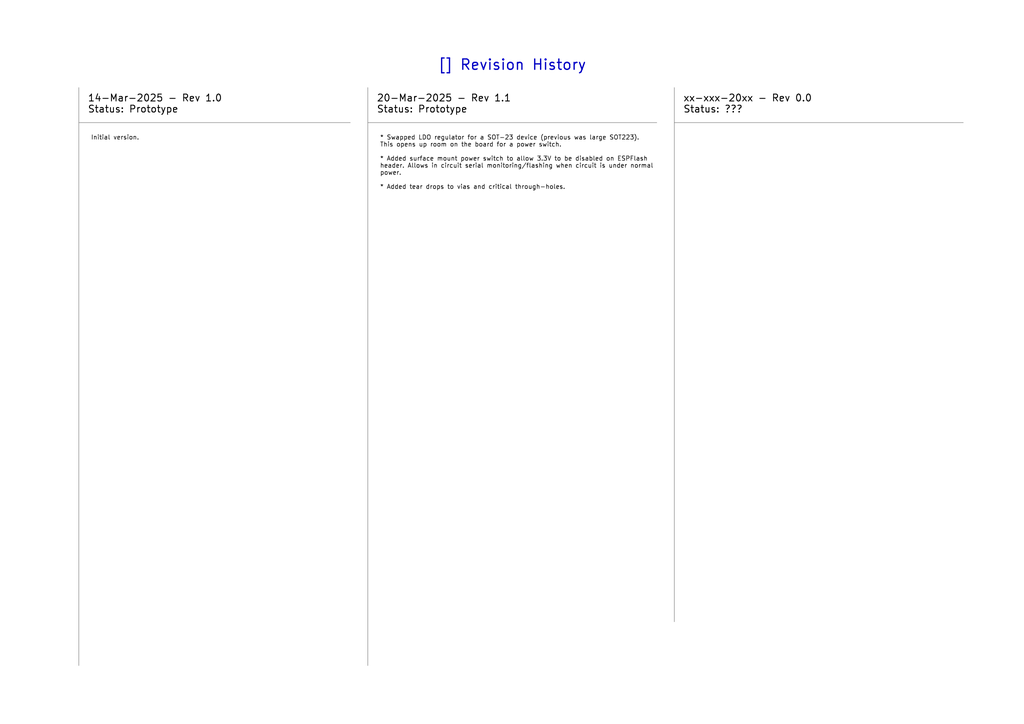
<source format=kicad_sch>
(kicad_sch
	(version 20250114)
	(generator "eeschema")
	(generator_version "9.0")
	(uuid "58678810-a1ae-4bf1-b11b-108993035dde")
	(paper "A4")
	(title_block
		(title "Revision History")
		(date "2025-03-20")
		(rev "1.1")
		(company "Wattle Labs")
	)
	(lib_symbols)
	(text "14-Mar-2025 - Rev 1.0\nStatus: Prototype"
		(exclude_from_sim no)
		(at 25.4 33.02 0)
		(effects
			(font
				(size 2 2)
				(thickness 0.25)
				(color 0 0 0 1)
			)
			(justify left bottom)
		)
		(uuid "3b186278-0dab-4a47-81c2-53263d2b90fa")
	)
	(text "20-Mar-2025 - Rev 1.1\nStatus: Prototype"
		(exclude_from_sim no)
		(at 109.22 33.02 0)
		(effects
			(font
				(size 2 2)
				(thickness 0.25)
				(color 0 0 0 1)
			)
			(justify left bottom)
		)
		(uuid "46d53000-4ca6-4d5f-b1e7-02cba2963c7a")
	)
	(text "xx-xxx-20xx - Rev 0.0\nStatus: ???"
		(exclude_from_sim no)
		(at 198.12 33.02 0)
		(effects
			(font
				(size 2 2)
				(thickness 0.25)
				(color 0 0 0 1)
			)
			(justify left bottom)
		)
		(uuid "e642c396-9621-490f-b006-fbe1d3c4a518")
	)
	(text_box "Initial version."
		(exclude_from_sim no)
		(at 25.4 38.1 0)
		(size 76.2 154.94)
		(margins 0.9524 0.9524 0.9524 0.9524)
		(stroke
			(width -0.0001)
			(type solid)
		)
		(fill
			(type none)
		)
		(effects
			(font
				(size 1.27 1.27)
				(color 0 0 0 1)
			)
			(justify left top)
		)
		(uuid "32badec6-c8c6-4b35-bdb0-1cba4e204fa7")
	)
	(text_box "[${#}] ${TITLE}"
		(exclude_from_sim no)
		(at 12.065 12.065 0)
		(size 273.05 13.335)
		(margins 2.2499 2.2499 2.2499 2.2499)
		(stroke
			(width -0.0001)
			(type default)
		)
		(fill
			(type none)
		)
		(effects
			(font
				(size 3 3)
				(thickness 0.375)
			)
		)
		(uuid "58cc4355-d97f-4860-9675-f6989c4253e8")
	)
	(text_box ""
		(exclude_from_sim no)
		(at 200.66 38.1 0)
		(size 81.28 142.24)
		(margins 0.9524 0.9524 0.9524 0.9524)
		(stroke
			(width -0.0001)
			(type default)
		)
		(fill
			(type none)
		)
		(effects
			(font
				(size 1.27 1.27)
				(color 0 0 0 1)
			)
			(justify left top)
		)
		(uuid "e6b85207-d86a-42b7-be2a-1e4ca9ab7743")
	)
	(text_box "* Swapped LDO regulator for a SOT-23 device (previous was large SOT223). This opens up room on the board for a power switch.\n\n* Added surface mount power switch to allow 3.3V to be disabled on ESPFlash header. Allows in circuit serial monitoring/flashing when circuit is under normal power.\n\n* Added tear drops to vias and critical through-holes."
		(exclude_from_sim no)
		(at 109.22 38.1 0)
		(size 81.28 142.24)
		(margins 0.9524 0.9524 0.9524 0.9524)
		(stroke
			(width -0.0001)
			(type solid)
		)
		(fill
			(type none)
		)
		(effects
			(font
				(size 1.27 1.27)
				(color 0 0 0 1)
			)
			(justify left top)
		)
		(uuid "e8bf6853-1e36-4c76-81a3-f0c4a64a382e")
	)
	(polyline
		(pts
			(xy 22.86 25.4) (xy 22.86 193.04)
		)
		(stroke
			(width 0)
			(type default)
			(color 132 132 132 1)
		)
		(uuid "07426cb0-ca09-4dc8-bdc1-648b6253ebba")
	)
	(polyline
		(pts
			(xy 195.58 25.4) (xy 195.58 180.34)
		)
		(stroke
			(width 0)
			(type default)
			(color 132 132 132 1)
		)
		(uuid "2c16a7c8-3162-46f2-9b09-6f75e3727002")
	)
	(polyline
		(pts
			(xy 22.86 35.56) (xy 101.6 35.56)
		)
		(stroke
			(width 0)
			(type default)
			(color 132 132 132 1)
		)
		(uuid "68d2f6cb-cef6-4666-83d8-40db92ac0239")
	)
	(polyline
		(pts
			(xy 106.68 35.56) (xy 190.5 35.56)
		)
		(stroke
			(width 0)
			(type default)
			(color 132 132 132 1)
		)
		(uuid "87f25349-07d9-44d3-b2ca-519c7b00e77f")
	)
	(polyline
		(pts
			(xy 106.68 25.4) (xy 106.68 193.04)
		)
		(stroke
			(width 0)
			(type default)
			(color 132 132 132 1)
		)
		(uuid "a6f461a8-7f21-422d-b9bc-4e176b14a06d")
	)
	(polyline
		(pts
			(xy 195.58 35.56) (xy 279.4 35.56)
		)
		(stroke
			(width 0)
			(type default)
			(color 132 132 132 1)
		)
		(uuid "da3e5a18-f954-4acb-ba20-c67bc43adde9")
	)
)

</source>
